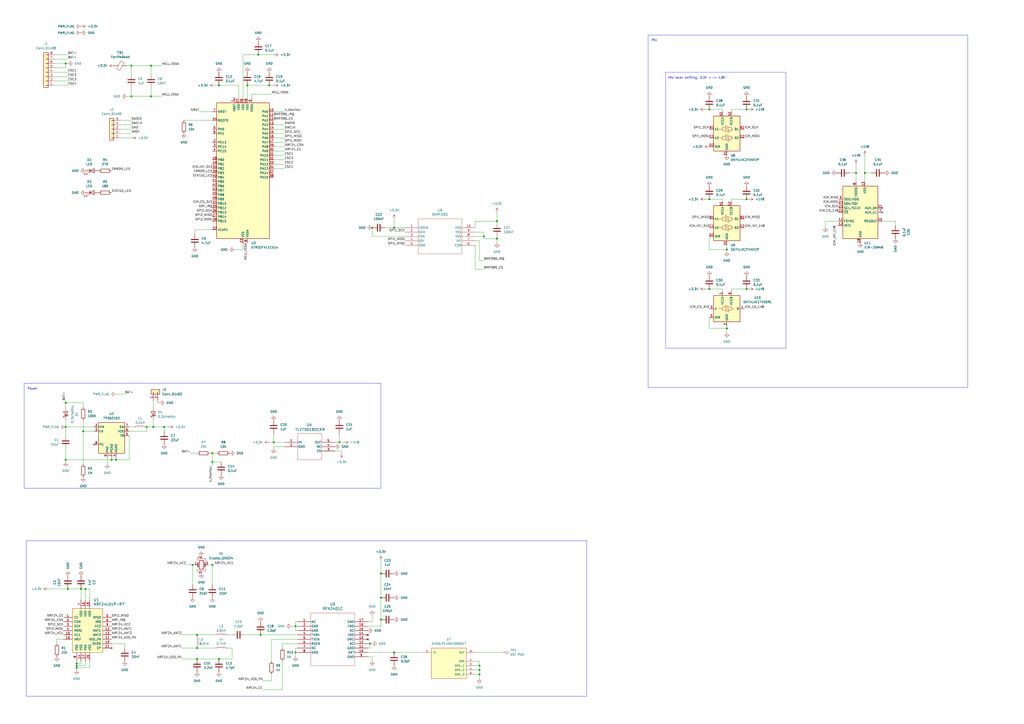
<source format=kicad_sch>
(kicad_sch (version 20250114) (generator "eeschema") (generator_version "9.0")
  (paper "A2")
  (title_block (title "Microdrone flight controller") (date "2025-08-01") (rev "v01") (comment 2 "creativecommons.org/licenses/by/4.0/") (comment 3 "License: CC BY 4.0") (comment 4 "Author: Emil Nordén"))
  (rectangle (start 13.97 222.25) (end 220.98 283.21))
  (rectangle (start 375.92 20.32) (end 561.34 224.79))
  (rectangle (start 386.08 41.91) (end 455.93 201.93))
  (rectangle (start 15.24 313.69) (end 340.36 403.86))
  (text "IMU" (at 379.476 23.368 0) (effects (font (size 1.27 1.27))))
  (text "IMU level shifting, 3.3V <-> 1.8V" (at 404.114 45.212 0) (effects (font (size 1.27 1.27))))
  (text "Power" (at 18.796 225.552 0) (effects (font (size 1.27 1.27))))
  (junction (at 220.98 332.74))
  (junction (at 278.13 386.08))
  (junction (at 433.07 167.64))
  (junction (at 220.98 359.41))
  (junction (at 171.45 378.46))
  (junction (at 48.26 250.19))
  (junction (at 123.19 267.97))
  (junction (at 149.86 31.75))
  (junction (at 171.45 363.22))
  (junction (at 76.2 55.88))
  (junction (at 220.98 346.71))
  (junction (at 433.07 63.5))
  (junction (at 127 382.27))
  (junction (at 421.64 144.78))
  (junction (at 88.9 247.65))
  (junction (at 44.45 386.08))
  (junction (at 501.65 100.33))
  (junction (at 49.53 341.63))
  (junction (at 278.13 391.16))
  (junction (at 278.13 388.62))
  (junction (at 215.9 132.08))
  (junction (at 156.21 49.53))
  (junction (at 151.13 368.3))
  (junction (at 85.09 247.65))
  (junction (at 38.1 233.68))
  (junction (at 421.64 190.5))
  (junction (at 38.1 36.83))
  (junction (at 114.3 375.92))
  (junction (at 87.63 55.88))
  (junction (at 228.6 378.46))
  (junction (at 67.31 266.7))
  (junction (at 228.6 132.08))
  (junction (at 95.25 247.65))
  (junction (at 114.3 368.3))
  (junction (at 433.07 115.57))
  (junction (at 114.3 382.27))
  (junction (at 158.75 256.54))
  (junction (at 288.29 128.27))
  (junction (at 127 49.53))
  (junction (at 411.48 63.5))
  (junction (at 143.51 49.53))
  (junction (at 38.1 266.7))
  (junction (at 196.85 256.54))
  (junction (at 39.37 341.63))
  (junction (at 288.29 138.43))
  (junction (at 38.1 247.65))
  (junction (at 411.48 167.64))
  (junction (at 214.63 373.38))
  (junction (at 44.45 387.35))
  (junction (at 280.67 137.16))
  (junction (at 64.77 266.7))
  (junction (at 123.19 262.89))
  (junction (at 123.19 327.66))
  (junction (at 76.2 38.1))
  (junction (at 87.63 38.1))
  (junction (at 46.99 341.63))
  (junction (at 44.45 384.81))
  (junction (at 496.57 100.33))
  (junction (at 111.76 327.66))
  (junction (at 411.48 115.57))
  (no_connect (at 213.36 368.3))
  (no_connect (at 54.61 257.81))
  (no_connect (at 511.81 120.65))
  (no_connect (at 213.36 370.84))
  (no_connect (at 511.81 123.19))
  (no_connect (at 135.89 57.15))
  (wire (pts (xy 275.59 128.27) (xy 275.59 132.08)))
  (wire (pts (xy 156.21 256.54) (xy 158.75 256.54)))
  (wire (pts (xy 157.48 394.97) (xy 152.4 394.97)))
  (wire (pts (xy 280.67 151.13) (xy 278.13 151.13)))
  (wire (pts (xy 85.09 247.65) (xy 88.9 247.65)))
  (wire (pts (xy 31.75 44.45) (xy 39.37 44.45)))
  (wire (pts (xy 424.18 168.91) (xy 424.18 167.64)))
  (wire (pts (xy 110.49 262.89) (xy 114.3 262.89)))
  (wire (pts (xy 275.59 134.62) (xy 280.67 134.62)))
  (wire (pts (xy 114.3 368.3) (xy 124.46 368.3)))
  (wire (pts (xy 215.9 137.16) (xy 234.95 137.16)))
  (wire (pts (xy 171.45 375.92) (xy 171.45 378.46)))
  (wire (pts (xy 149.86 31.75) (xy 140.97 31.75)))
  (wire (pts (xy 278.13 383.54) (xy 275.59 383.54)))
  (wire (pts (xy 127 382.27) (xy 134.62 382.27)))
  (wire (pts (xy 67.31 265.43) (xy 67.31 266.7)))
  (wire (pts (xy 123.19 262.89) (xy 123.19 267.97)))
  (wire (pts (xy 31.75 49.53) (xy 39.37 49.53)))
  (wire (pts (xy 106.68 69.85) (xy 123.19 69.85)))
  (wire (pts (xy 213.36 375.92) (xy 214.63 375.92)))
  (wire (pts (xy 114.3 375.92) (xy 124.46 375.92)))
  (wire (pts (xy 171.45 365.76) (xy 171.45 363.22)))
  (wire (pts (xy 105.41 368.3) (xy 114.3 368.3)))
  (wire (pts (xy 88.9 247.65) (xy 95.25 247.65)))
  (wire (pts (xy 213.36 360.68) (xy 215.9 360.68)))
  (wire (pts (xy 424.18 64.77) (xy 424.18 63.5)))
  (wire (pts (xy 124.46 49.53) (xy 127 49.53)))
  (wire (pts (xy 158.75 77.47) (xy 165.1 77.47)))
  (wire (pts (xy 501.65 100.33) (xy 505.46 100.33)))
  (wire (pts (xy 158.75 92.71) (xy 165.1 92.71)))
  (wire (pts (xy 38.1 260.35) (xy 38.1 266.7)))
  (wire (pts (xy 123.19 267.97) (xy 128.27 267.97)))
  (wire (pts (xy 215.9 360.68) (xy 215.9 356.87)))
  (wire (pts (xy 433.07 63.5) (xy 434.34 63.5)))
  (wire (pts (xy 278.13 388.62) (xy 278.13 386.08)))
  (wire (pts (xy 408.94 167.64) (xy 411.48 167.64)))
  (wire (pts (xy 135.89 144.78) (xy 140.97 144.78)))
  (wire (pts (xy 64.77 373.38) (xy 72.39 373.38)))
  (wire (pts (xy 171.45 378.46) (xy 172.72 378.46)))
  (wire (pts (xy 38.1 233.68) (xy 48.26 233.68)))
  (wire (pts (xy 38.1 247.65) (xy 54.61 247.65)))
  (wire (pts (xy 111.76 327.66) (xy 111.76 339.09)))
  (wire (pts (xy 87.63 38.1) (xy 87.63 43.18)))
  (wire (pts (xy 134.62 375.92) (xy 132.08 375.92)))
  (wire (pts (xy 519.43 128.27) (xy 511.81 128.27)))
  (wire (pts (xy 123.19 327.66) (xy 124.46 327.66)))
  (wire (pts (xy 172.72 375.92) (xy 171.45 375.92)))
  (wire (pts (xy 88.9 243.84) (xy 88.9 247.65)))
  (wire (pts (xy 213.36 381) (xy 215.9 381)))
  (wire (pts (xy 49.53 347.98) (xy 49.53 341.63)))
  (wire (pts (xy 496.57 95.25) (xy 496.57 100.33)))
  (wire (pts (xy 52.07 347.98) (xy 52.07 341.63)))
  (wire (pts (xy 49.53 341.63) (xy 46.99 341.63)))
  (wire (pts (xy 433.07 167.64) (xy 434.34 167.64)))
  (wire (pts (xy 123.19 262.89) (xy 125.73 262.89)))
  (wire (pts (xy 74.93 266.7) (xy 67.31 266.7)))
  (wire (pts (xy 158.75 80.01) (xy 165.1 80.01)))
  (wire (pts (xy 67.31 266.7) (xy 64.77 266.7)))
  (wire (pts (xy 127 49.53) (xy 138.43 49.53)))
  (wire (pts (xy 123.19 327.66) (xy 123.19 339.09)))
  (wire (pts (xy 39.37 341.63) (xy 27.94 341.63)))
  (wire (pts (xy 111.76 327.66) (xy 113.03 327.66)))
  (wire (pts (xy 38.1 36.83) (xy 39.37 36.83)))
  (wire (pts (xy 105.41 375.92) (xy 114.3 375.92)))
  (wire (pts (xy 46.99 384.81) (xy 44.45 384.81)))
  (wire (pts (xy 85.09 247.65) (xy 85.09 250.19)))
  (wire (pts (xy 419.1 167.64) (xy 419.1 168.91)))
  (wire (pts (xy 120.65 327.66) (xy 123.19 327.66)))
  (wire (pts (xy 280.67 138.43) (xy 288.29 138.43)))
  (wire (pts (xy 163.83 400.05) (xy 163.83 383.54)))
  (wire (pts (xy 143.51 49.53) (xy 156.21 49.53)))
  (wire (pts (xy 38.1 232.41) (xy 38.1 233.68)))
  (wire (pts (xy 91.44 233.68) (xy 92.71 233.68)))
  (wire (pts (xy 158.75 97.79) (xy 165.1 97.79)))
  (wire (pts (xy 48.26 250.19) (xy 54.61 250.19)))
  (wire (pts (xy 95.25 247.65) (xy 95.25 250.19)))
  (wire (pts (xy 157.48 370.84) (xy 157.48 383.54)))
  (wire (pts (xy 214.63 373.38) (xy 215.9 373.38)))
  (wire (pts (xy 421.64 190.5) (xy 421.64 193.04)))
  (wire (pts (xy 171.45 360.68) (xy 171.45 363.22)))
  (wire (pts (xy 424.18 63.5) (xy 433.07 63.5)))
  (wire (pts (xy 421.64 189.23) (xy 421.64 190.5)))
  (wire (pts (xy 76.2 38.1) (xy 76.2 43.18)))
  (wire (pts (xy 275.59 378.46) (xy 290.83 378.46)))
  (wire (pts (xy 275.59 156.21) (xy 280.67 156.21)))
  (wire (pts (xy 280.67 134.62) (xy 280.67 137.16)))
  (wire (pts (xy 163.83 375.92) (xy 163.83 373.38)))
  (wire (pts (xy 115.57 64.77) (xy 123.19 64.77)))
  (wire (pts (xy 142.24 368.3) (xy 151.13 368.3)))
  (wire (pts (xy 38.1 247.65) (xy 38.1 252.73)))
  (wire (pts (xy 214.63 375.92) (xy 214.63 373.38)))
  (wire (pts (xy 140.97 31.75) (xy 140.97 57.15)))
  (wire (pts (xy 48.26 243.84) (xy 48.26 250.19)))
  (wire (pts (xy 44.45 387.35) (xy 44.45 388.62)))
  (wire (pts (xy 478.79 132.08) (xy 478.79 128.27)))
  (wire (pts (xy 275.59 128.27) (xy 288.29 128.27)))
  (wire (pts (xy 501.65 100.33) (xy 501.65 105.41)))
  (wire (pts (xy 158.75 259.08) (xy 165.1 259.08)))
  (wire (pts (xy 74.93 252.73) (xy 74.93 266.7)))
  (wire (pts (xy 69.85 77.47) (xy 76.2 77.47)))
  (wire (pts (xy 421.64 144.78) (xy 421.64 142.24)))
  (wire (pts (xy 411.48 167.64) (xy 419.1 167.64)))
  (wire (pts (xy 88.9 232.41) (xy 88.9 236.22)))
  (wire (pts (xy 69.85 69.85) (xy 76.2 69.85)))
  (wire (pts (xy 411.48 144.78) (xy 421.64 144.78)))
  (wire (pts (xy 52.07 387.35) (xy 44.45 387.35)))
  (wire (pts (xy 52.07 341.63) (xy 49.53 341.63)))
  (wire (pts (xy 62.23 265.43) (xy 62.23 269.24)))
  (wire (pts (xy 48.26 250.19) (xy 48.26 269.24)))
  (wire (pts (xy 87.63 38.1) (xy 93.98 38.1)))
  (wire (pts (xy 408.94 115.57) (xy 411.48 115.57)))
  (wire (pts (xy 31.75 39.37) (xy 38.1 39.37)))
  (wire (pts (xy 87.63 55.88) (xy 93.98 55.88)))
  (wire (pts (xy 519.43 130.81) (xy 519.43 128.27)))
  (wire (pts (xy 158.75 74.93) (xy 165.1 74.93)))
  (wire (pts (xy 172.72 360.68) (xy 171.45 360.68)))
  (wire (pts (xy 87.63 50.8) (xy 87.63 55.88)))
  (wire (pts (xy 215.9 381) (xy 215.9 383.54)))
  (wire (pts (xy 220.98 363.22) (xy 220.98 359.41)))
  (wire (pts (xy 278.13 139.7) (xy 275.59 139.7)))
  (wire (pts (xy 278.13 393.7) (xy 278.13 391.16)))
  (wire (pts (xy 64.77 265.43) (xy 64.77 266.7)))
  (wire (pts (xy 38.1 39.37) (xy 38.1 36.83)))
  (wire (pts (xy 157.48 370.84) (xy 172.72 370.84)))
  (wire (pts (xy 72.39 373.38) (xy 72.39 375.92)))
  (wire (pts (xy 140.97 144.78) (xy 140.97 140.97)))
  (wire (pts (xy 31.75 41.91) (xy 39.37 41.91)))
  (wire (pts (xy 411.48 137.16) (xy 411.48 144.78)))
  (wire (pts (xy 95.25 247.65) (xy 97.79 247.65)))
  (wire (pts (xy 67.31 228.6) (xy 72.39 228.6)))
  (wire (pts (xy 44.45 386.08) (xy 44.45 387.35)))
  (wire (pts (xy 49.53 383.54) (xy 49.53 386.08)))
  (wire (pts (xy 220.98 325.12) (xy 220.98 332.74)))
  (wire (pts (xy 196.85 256.54) (xy 199.39 256.54)))
  (wire (pts (xy 113.03 133.35) (xy 113.03 135.89)))
  (wire (pts (xy 280.67 137.16) (xy 280.67 138.43)))
  (wire (pts (xy 33.02 373.38) (xy 33.02 370.84)))
  (wire (pts (xy 278.13 391.16) (xy 278.13 388.62)))
  (wire (pts (xy 123.19 267.97) (xy 123.19 270.51)))
  (wire (pts (xy 146.05 54.61) (xy 146.05 57.15)))
  (wire (pts (xy 76.2 38.1) (xy 87.63 38.1)))
  (wire (pts (xy 288.29 137.16) (xy 288.29 138.43)))
  (wire (pts (xy 158.75 64.77) (xy 165.1 64.77)))
  (wire (pts (xy 288.29 123.19) (xy 288.29 128.27)))
  (wire (pts (xy 46.99 341.63) (xy 39.37 341.63)))
  (wire (pts (xy 158.75 82.55) (xy 165.1 82.55)))
  (wire (pts (xy 171.45 363.22) (xy 172.72 363.22)))
  (wire (pts (xy 496.57 105.41) (xy 496.57 100.33)))
  (wire (pts (xy 419.1 115.57) (xy 419.1 116.84)))
  (wire (pts (xy 91.44 232.41) (xy 91.44 233.68)))
  (wire (pts (xy 198.12 261.62) (xy 194.31 261.62)))
  (wire (pts (xy 492.76 100.33) (xy 496.57 100.33)))
  (wire (pts (xy 31.75 31.75) (xy 39.37 31.75)))
  (wire (pts (xy 158.75 260.35) (xy 158.75 259.08)))
  (wire (pts (xy 73.66 55.88) (xy 76.2 55.88)))
  (wire (pts (xy 157.48 54.61) (xy 146.05 54.61)))
  (wire (pts (xy 38.1 243.84) (xy 38.1 247.65)))
  (wire (pts (xy 38.1 233.68) (xy 38.1 236.22)))
  (wire (pts (xy 278.13 151.13) (xy 278.13 139.7)))
  (wire (pts (xy 158.75 85.09) (xy 165.1 85.09)))
  (wire (pts (xy 69.85 72.39) (xy 76.2 72.39)))
  (wire (pts (xy 158.75 90.17) (xy 165.1 90.17)))
  (wire (pts (xy 69.85 74.93) (xy 76.2 74.93)))
  (wire (pts (xy 158.75 95.25) (xy 165.1 95.25)))
  (wire (pts (xy 163.83 373.38) (xy 172.72 373.38)))
  (wire (pts (xy 213.36 373.38) (xy 214.63 373.38)))
  (wire (pts (xy 275.59 388.62) (xy 278.13 388.62)))
  (wire (pts (xy 132.08 368.3) (xy 134.62 368.3)))
  (wire (pts (xy 107.95 327.66) (xy 111.76 327.66)))
  (wire (pts (xy 31.75 36.83) (xy 38.1 36.83)))
  (wire (pts (xy 49.53 386.08) (xy 44.45 386.08)))
  (wire (pts (xy 220.98 346.71) (xy 220.98 359.41)))
  (wire (pts (xy 44.45 384.81) (xy 44.45 386.08)))
  (wire (pts (xy 213.36 378.46) (xy 228.6 378.46)))
  (wire (pts (xy 105.41 382.27) (xy 114.3 382.27)))
  (wire (pts (xy 234.95 132.08) (xy 228.6 132.08)))
  (wire (pts (xy 31.75 34.29) (xy 39.37 34.29)))
  (wire (pts (xy 31.75 46.99) (xy 39.37 46.99)))
  (wire (pts (xy 424.18 167.64) (xy 433.07 167.64)))
  (wire (pts (xy 275.59 142.24) (xy 275.59 156.21)))
  (wire (pts (xy 168.91 363.22) (xy 171.45 363.22)))
  (wire (pts (xy 228.6 378.46) (xy 245.11 378.46)))
  (wire (pts (xy 74.93 250.19) (xy 85.09 250.19)))
  (wire (pts (xy 123.19 133.35) (xy 113.03 133.35)))
  (wire (pts (xy 46.99 347.98) (xy 46.99 341.63)))
  (wire (pts (xy 198.12 262.89) (xy 198.12 261.62)))
  (wire (pts (xy 411.48 184.15) (xy 411.48 190.5)))
  (wire (pts (xy 419.1 63.5) (xy 419.1 64.77)))
  (wire (pts (xy 158.75 251.46) (xy 158.75 256.54)))
  (wire (pts (xy 121.92 262.89) (xy 123.19 262.89)))
  (wire (pts (xy 38.1 266.7) (xy 64.77 266.7)))
  (wire (pts (xy 223.52 132.08) (xy 228.6 132.08)))
  (wire (pts (xy 157.48 391.16) (xy 157.48 394.97)))
  (wire (pts (xy 156.21 49.53) (xy 158.75 49.53)))
  (wire (pts (xy 48.26 233.68) (xy 48.26 236.22)))
  (wire (pts (xy 171.45 378.46) (xy 171.45 381)))
  (wire (pts (xy 172.72 365.76) (xy 171.45 365.76)))
  (wire (pts (xy 52.07 383.54) (xy 52.07 387.35)))
  (wire (pts (xy 44.45 383.54) (xy 44.45 384.81)))
  (wire (pts (xy 408.94 63.5) (xy 411.48 63.5)))
  (wire (pts (xy 158.75 72.39) (xy 165.1 72.39)))
  (wire (pts (xy 194.31 256.54) (xy 196.85 256.54)))
  (wire (pts (xy 76.2 55.88) (xy 87.63 55.88)))
  (wire (pts (xy 134.62 382.27) (xy 134.62 375.92)))
  (wire (pts (xy 275.59 386.08) (xy 278.13 386.08)))
  (wire (pts (xy 152.4 400.05) (xy 163.83 400.05)))
  (wire (pts (xy 411.48 190.5) (xy 421.64 190.5)))
  (wire (pts (xy 433.07 115.57) (xy 434.34 115.57)))
  (wire (pts (xy 33.02 370.84) (xy 36.83 370.84)))
  (wire (pts (xy 215.9 132.08) (xy 215.9 137.16)))
  (wire (pts (xy 421.64 146.05) (xy 421.64 144.78)))
  (wire (pts (xy 138.43 49.53) (xy 138.43 57.15)))
  (wire (pts (xy 76.2 50.8) (xy 76.2 55.88)))
  (wire (pts (xy 143.51 49.53) (xy 143.51 57.15)))
  (wire (pts (xy 411.48 115.57) (xy 419.1 115.57)))
  (wire (pts (xy 228.6 132.08) (xy 228.6 127)))
  (wire (pts (xy 424.18 116.84) (xy 424.18 115.57)))
  (wire (pts (xy 196.85 251.46) (xy 196.85 256.54)))
  (wire (pts (xy 69.85 80.01) (xy 76.2 80.01)))
  (wire (pts (xy 74.93 247.65) (xy 77.47 247.65)))
  (wire (pts (xy 275.59 137.16) (xy 280.67 137.16)))
  (wire (pts (xy 213.36 363.22) (xy 220.98 363.22)))
  (wire (pts (xy 288.29 128.27) (xy 288.29 129.54)))
  (wire (pts (xy 158.75 31.75) (xy 149.86 31.75)))
  (wire (pts (xy 485.14 130.81) (xy 486.41 130.81)))
  (wire (pts (xy 38.1 266.7) (xy 38.1 267.97)))
  (wire (pts (xy 275.59 391.16) (xy 278.13 391.16)))
  (wire (pts (xy 151.13 368.3) (xy 172.72 368.3)))
  (wire (pts (xy 158.75 256.54) (xy 165.1 256.54)))
  (wire (pts (xy 46.99 383.54) (xy 46.99 384.81)))
  (wire (pts (xy 73.66 38.1) (xy 76.2 38.1)))
  (wire (pts (xy 501.65 90.17) (xy 501.65 100.33)))
  (wire (pts (xy 220.98 332.74) (xy 220.98 346.71)))
  (wire (pts (xy 411.48 63.5) (xy 419.1 63.5)))
  (wire (pts (xy 114.3 382.27) (xy 127 382.27)))
  (wire (pts (xy 288.29 138.43) (xy 288.29 140.97)))
  (wire (pts (xy 278.13 386.08) (xy 278.13 383.54)))
  (wire (pts (xy 478.79 128.27) (xy 486.41 128.27)))
  (wire (pts (xy 158.75 87.63) (xy 165.1 87.63)))
  (wire (pts (xy 424.18 115.57) (xy 433.07 115.57)))
  (label "NRF24_CSN" (at 165.1 85.09 0))
  (label "NRF24_XC2" (at 107.95 327.66 180))
  (label "GND" (at 76.2 74.93 0))
  (label "NRF24_ANT1" (at 105.41 375.92 180))
  (label "ERROR_LED" (at 64.77 99.06 0))
  (label "BAT+" (at 39.37 31.75 0))
  (label "SPI1_SCK" (at 411.48 74.93 180))
  (label "ICM_INT_1V8" (at 431.8 132.08 0))
  (label "SPI2_MOSI" (at 123.19 128.27 180))
  (label "ICM_CS_1V8" (at 431.8 179.07 0))
  (label "BMP390_IRQ" (at 158.75 67.31 0))
  (label "ICM_MISO" (at 431.8 127 0))
  (label "SPI1_SCK" (at 165.1 77.47 0))
  (label "ESC3" (at 39.37 46.99 0))
  (label "BAT+" (at 39.37 34.29 0))
  (label "ESC4" (at 165.1 90.17 0))
  (label "SPI1_MOSI" (at 165.1 82.55 0))
  (label "SPI2_MOSI" (at 36.83 365.76 180))
  (label "MCU_VSSA" (at 143.51 140.97 270))
  (label "SPI1_MOSI" (at 411.48 80.01 180))
  (label "BMP390_CS" (at 280.67 156.21 0))
  (label "BAT+" (at 38.1 232.41 90))
  (label "MCU_VDDA" (at 93.98 38.1 0))
  (label "ESC1" (at 39.37 41.91 0))
  (label "ICM_MOSI" (at 431.8 80.01 0))
  (label "V_Monitor" (at 123.19 270.51 270))
  (label "MCU_VDDA" (at 157.48 54.61 0))
  (label "STATUS_LED" (at 64.77 111.76 0))
  (label "NRF_IRQ" (at 123.19 120.65 180))
  (label "BAT+" (at 110.49 262.89 180))
  (label "ESC4" (at 39.37 49.53 0))
  (label "ESC1" (at 165.1 97.79 0))
  (label "NRF24_CE" (at 165.1 87.63 0))
  (label "SPI1_SCK" (at 234.95 134.62 180))
  (label "NRF24_CSN" (at 36.83 360.68 180))
  (label "SPI2_SCK" (at 123.19 123.19 180))
  (label "ICM_CS_1V8" (at 486.41 123.19 180))
  (label "ESC3" (at 165.1 92.71 0))
  (label "SPI2_MISO" (at 123.19 125.73 180))
  (label "ICM_INT_1V8" (at 485.14 130.81 270))
  (label "SPI2_SCK" (at 36.83 363.22 180))
  (label "NRF24_CE" (at 152.4 400.05 180))
  (label "STATUS_LED" (at 123.19 102.87 180))
  (label "NRF24_VDD_PA" (at 64.77 370.84 0))
  (label "NRF24_XC1" (at 36.83 368.3 180))
  (label "ICM_CS_3V3" (at 411.48 179.07 180))
  (label "BAT+" (at 72.39 228.6 0))
  (label "NRF24_ANT2" (at 105.41 368.3 180))
  (label "ERROR_LED" (at 123.19 100.33 180))
  (label "BMP390_CS" (at 158.75 69.85 0))
  (label "NRF24_VDD_PA" (at 105.41 382.27 180))
  (label "MCU_VSSA" (at 93.98 55.88 0))
  (label "NRF24_VDD_PA" (at 152.4 394.97 180))
  (label "SPI1_MOSI" (at 234.95 139.7 180))
  (label "ICM_MISO" (at 486.41 115.57 180))
  (label "SPI1_MISO" (at 165.1 80.01 0))
  (label "ICM_CS_3V3" (at 123.19 118.11 180))
  (label "SPI1_MISO" (at 411.48 127 180))
  (label "SWDIO" (at 76.2 69.85 0))
  (label "NRST" (at 76.2 77.47 0))
  (label "NRST" (at 115.57 64.77 180))
  (label "ICM_INT_3V3" (at 411.48 132.08 180))
  (label "SPI1_MISO" (at 234.95 142.24 180))
  (label "SWCLK" (at 76.2 72.39 0))
  (label "ICM_MOSI" (at 486.41 118.11 180))
  (label "ICM_SCK" (at 486.41 120.65 180))
  (label "V_Monitor" (at 165.1 64.77 0))
  (label "ESC2" (at 39.37 44.45 0))
  (label "ESC2" (at 165.1 95.25 0))
  (label "NRF24_XC1" (at 124.46 327.66 0))
  (label "NRF24_XC2" (at 64.77 363.22 0))
  (label "ICM_INT_3V3" (at 123.19 97.79 180))
  (label "NRF24_ANT1" (at 64.77 365.76 0))
  (label "SWCLK" (at 165.1 74.93 0))
  (label "NRF_IRQ" (at 64.77 360.68 0))
  (label "BMP390_IRQ" (at 280.67 151.13 0))
  (label "SWDIO" (at 165.1 72.39 0))
  (label "NRF24_CE" (at 36.83 358.14 180))
  (label "SPI2_MISO" (at 64.77 358.14 0))
  (label "NRF24_ANT2" (at 64.77 368.3 0))
  (label "ICM_SCK" (at 431.8 74.93 0))
  (symbol (lib_id "power:GND") (at 158.75 260.35 0) (unit 1)
    (property "Reference" "#PWR042" (effects (hide yes)))
    (property "Value" "GND" (at 158.75 265.43 0))
    (property "Description" "Power symbol creates a global label with name \"GND\" , ground" (effects (hide yes)))
  )
  (symbol (lib_id "Device:C") (at 123.19 342.9 0) (unit 1)
    (property "Reference" "C11" (at 127 341.6299 0) (effects (justify left)))
    (property "Value" "22pF" (at 127 344.1699 0) (effects (justify left)))
    (property "Footprint" "Capacitor_SMD:C_0402_1005Metric" (effects (hide yes)))
    (property "Description" "Unpolarized capacitor (C541412)" (effects (hide yes)))
  )
  (symbol (lib_id "power:GND") (at 95.25 257.81 0) (unit 1)
    (property "Reference" "#PWR019" (effects (hide yes)))
    (property "Value" "GND" (at 95.25 262.89 0))
    (property "Description" "Power symbol creates a global label with name \"GND\" , ground" (effects (hide yes)))
  )
  (symbol (lib_id "power:+3.3V") (at 158.75 49.53 270) (unit 1)
    (property "Reference" "#PWR040" (effects (hide yes)))
    (property "Value" "+3.3V" (at 162.56 49.5299 90) (effects (justify left)))
    (property "Description" "Power symbol creates a global label with name \"+3.3V\"" (effects (hide yes)))
  )
  (symbol (lib_id "Device:Crystal_GND24") (at 116.84 327.66 0) (unit 1)
    (property "Reference" "Y1" (at 128.27 321.2398 0))
    (property "Value" "Crystal_GND24" (at 128.27 323.7798 0))
    (property "Footprint" "Crystal:Crystal_SMD_3225-4Pin_3.2x2.5mm" (effects (hide yes)))
    (property "Description" "Four pin crystal, GND on pins 2 and 4" (effects (hide yes)))
  )
  (symbol (lib_id "power:GND") (at 215.9 132.08 270) (unit 1)
    (property "Reference" "#PWR050" (effects (hide yes)))
    (property "Value" "GND" (at 212.09 132.0799 90) (effects (justify right)))
    (property "Description" "Power symbol creates a global label with name \"GND\" , ground" (effects (hide yes)))
  )
  (symbol (lib_id "Device:C") (at 228.6 382.27 0) (unit 1)
    (property "Reference" "C26" (at 232.41 380.9999 0) (effects (justify left)))
    (property "Value" "0.3pF" (at 232.41 383.5399 0) (effects (justify left)))
    (property "Footprint" "Capacitor_SMD:C_0201_0603Metric" (effects (hide yes)))
    (property "Description" "Unpolarized capacitor (C180283)" (effects (hide yes)))
  )
  (symbol (lib_id "power:+1V8") (at 199.39 256.54 270) (unit 1)
    (property "Reference" "#PWR048" (effects (hide yes)))
    (property "Value" "+1V8" (at 203.2 256.5399 90) (effects (justify left)))
    (property "Description" "Power symbol creates a global label with name \"+1V8\"" (effects (hide yes)))
  )
  (symbol (lib_id "power:+3.3V") (at 408.94 63.5 90) (unit 1)
    (property "Reference" "#PWR063" (effects (hide yes)))
    (property "Value" "+3.3V" (at 405.13 63.4999 90) (effects (justify left)))
    (property "Description" "Power symbol creates a global label with name \"+3.3V\"" (effects (hide yes)))
  )
  (symbol (lib_id "Device:C") (at 288.29 133.35 0) (unit 1)
    (property "Reference" "C27" (at 292.1 132.0799 0) (effects (justify left)))
    (property "Value" "100nF" (at 292.1 134.6199 0) (effects (justify left)))
    (property "Footprint" "Capacitor_SMD:C_0402_1005Metric" (effects (hide yes)))
    (property "Description" "Unpolarized capacitor (C1525)" (effects (hide yes)))
  )
  (symbol (lib_id "power:GND") (at 478.79 132.08 0) (unit 1)
    (property "Reference" "#PWR079" (effects (hide yes)))
    (property "Value" "GND" (at 478.79 137.16 0))
    (property "Description" "Power symbol creates a global label with name \"GND\" , ground" (effects (hide yes)))
  )
  (symbol (lib_id "power:GND") (at 228.6 332.74 90) (unit 1)
    (property "Reference" "#PWR056" (effects (hide yes)))
    (property "Value" "GND" (at 232.41 332.7399 90) (effects (justify right)))
    (property "Description" "Power symbol creates a global label with name \"GND\" , ground" (effects (hide yes)))
  )
  (symbol (lib_id "power:GND") (at 49.53 111.76 270) (unit 1)
    (property "Reference" "#PWR012" (effects (hide yes)))
    (property "Value" "GND" (at 45.72 111.7599 90) (effects (justify right)))
    (property "Description" "Power symbol creates a global label with name \"GND\" , ground" (effects (hide yes)))
  )
  (symbol (lib_id "Regulator_Switching:TPS62162DSG") (at 64.77 255.27 0) (unit 1)
    (property "Reference" "U2" (at 64.77 240.03 0))
    (property "Value" "TPS62162" (at 64.77 242.57 0))
    (property "Footprint" "Package_SON:WSON-8-1EP_2x2mm_P0.5mm_EP0.9x1.6mm_ThermalVias" (effects (hide yes)))
    (property "Datasheet" "http://www.ti.com/lit/ds/symlink/tps62160.pdf" (effects (hide yes)))
    (property "Description" "1A Step-Down Converter with DCS-Control, fixed 3.3V output, 3-17V input voltage, WSON-8" (effects (hide yes)))
  )
  (symbol (lib_id "Connector:TestPoint") (at 290.83 378.46 270) (unit 1)
    (property "Reference" "TP1" (at 295.91 377.1899 90) (effects (justify left)))
    (property "Value" "ANT PAD" (at 295.91 379.7299 90) (effects (justify left)))
    (property "Footprint" "TestPoint:TestPoint_Pad_3.0x3.0mm" (effects (hide yes)))
    (property "Description" "Antenna solder pad" (effects (hide yes)))
  )
  (symbol (lib_id "power:GND") (at 519.43 138.43 0) (unit 1)
    (property "Reference" "#PWR084" (effects (hide yes)))
    (property "Value" "GND" (at 519.4301 142.24 90) (effects (justify right)))
    (property "Description" "Power symbol creates a global label with name \"GND\" , ground" (effects (hide yes)))
  )
  (symbol (lib_id "power:GND") (at 158.75 243.84 180) (unit 1)
    (property "Reference" "#PWR041" (effects (hide yes)))
    (property "Value" "GND" (at 158.75 238.76 0))
    (property "Description" "Power symbol creates a global label with name \"GND\" , ground" (effects (hide yes)))
  )
  (symbol (lib_id "Device:C") (at 76.2 46.99 0) (unit 1)
    (property "Reference" "C5" (at 80.01 45.7199 0) (effects (justify left)))
    (property "Value" "1uF" (at 80.01 48.2599 0) (effects (justify left)))
    (property "Footprint" "Capacitor_SMD:C_0402_1005Metric" (effects (hide yes)))
    (property "Description" "Unpolarized capacitor (C52923)" (effects (hide yes)))
  )
  (symbol (lib_id "Device:C") (at 113.03 139.7 180) (unit 1)
    (property "Reference" "C9" (at 116.84 138.4299 0) (effects (justify right)))
    (property "Value" "4.7uF" (at 116.84 140.9699 0) (effects (justify right)))
    (property "Footprint" "Capacitor_SMD:C_0603_1608Metric" (effects (hide yes)))
    (property "Description" "Unpolarized capacitor (C107368)" (effects (hide yes)))
  )
  (symbol (lib_id "power:+3.3V") (at 228.6 127 0) (unit 1)
    (property "Reference" "#PWR055" (effects (hide yes)))
    (property "Value" "+3.3V" (at 228.6 121.92 0))
    (property "Description" "Power symbol creates a global label with name \"+3.3V\"" (effects (hide yes)))
  )
  (symbol (lib_id "power:+3.3V") (at 27.94 341.63 90) (unit 1)
    (property "Reference" "#PWR01" (effects (hide yes)))
    (property "Value" "+3.3V" (at 24.13 341.6299 90) (effects (justify left)))
    (property "Description" "Power symbol creates a global label with name \"+3.3V\"" (effects (hide yes)))
  )
  (symbol (lib_id "Device:C") (at 488.95 100.33 90) (unit 1)
    (property "Reference" "C36" (at 488.95 92.71 90))
    (property "Value" "0.1uF" (at 488.95 95.25 90))
    (property "Footprint" "Capacitor_SMD:C_0402_1005Metric" (effects (hide yes)))
    (property "Description" "Unpolarized capacitor (C1525)" (effects (hide yes)))
    (property "LCSC" "C1525" (effects (hide yes)))
  )
  (symbol (lib_id "power:GND") (at 111.76 346.71 0) (unit 1)
    (property "Reference" "#PWR022" (effects (hide yes)))
    (property "Value" "GND" (at 111.76 351.79 0))
    (property "Description" "Power symbol creates a global label with name \"GND\" , ground" (effects (hide yes)))
  )
  (symbol (lib_id "power:GND") (at 116.84 332.74 0) (unit 1)
    (property "Reference" "#PWR026" (effects (hide yes)))
    (property "Value" "GND" (at 116.84 337.82 0))
    (property "Description" "Power symbol creates a global label with name \"GND\" , ground" (effects (hide yes)))
  )
  (symbol (lib_id "power:GND") (at 513.08 100.33 90) (unit 1)
    (property "Reference" "#PWR083" (effects (hide yes)))
    (property "Value" "GND" (at 516.89 100.3299 90) (effects (justify right)))
    (property "Description" "Power symbol creates a global label with name \"GND\" , ground" (effects (hide yes)))
  )
  (symbol (lib_id "Device:C") (at 128.27 271.78 180) (unit 1)
    (property "Reference" "C14" (at 132.08 270.5099 0) (effects (justify right)))
    (property "Value" "0.1uF" (at 132.08 273.0499 0) (effects (justify right)))
    (property "Footprint" "Capacitor_SMD:C_0402_1005Metric" (effects (hide yes)))
    (property "Description" "Unpolarized capacitor (C1525)" (effects (hide yes)))
  )
  (symbol (lib_id "power:+3.3V") (at 97.79 247.65 270) (unit 1)
    (property "Reference" "#PWR020" (effects (hide yes)))
    (property "Value" "+3.3V" (at 101.6 247.6499 90) (effects (justify left)))
    (property "Description" "Power symbol creates a global label with name \"+3.3V\"" (effects (hide yes)))
  )
  (symbol (lib_id "power:GND") (at 33.02 381 0) (unit 1)
    (property "Reference" "#PWR02" (effects (hide yes)))
    (property "Value" "GND" (at 33.02 386.08 0))
    (property "Description" "Power symbol creates a global label with name \"GND\" , ground" (effects (hide yes)))
  )
  (symbol (lib_id "Device:C") (at 433.07 59.69 0) (unit 1)
    (property "Reference" "C31" (at 436.88 58.4199 0) (effects (justify left)))
    (property "Value" "0.1uF" (at 436.88 60.9599 0) (effects (justify left)))
    (property "Footprint" "Capacitor_SMD:C_0402_1005Metric" (effects (hide yes)))
    (property "Description" "Unpolarized capacitor" (effects (hide yes)))
  )
  (symbol (lib_id "power:GND") (at 433.07 55.88 180) (unit 1)
    (property "Reference" "#PWR073" (effects (hide yes)))
    (property "Value" "GND" (at 433.07 50.8 0))
    (property "Description" "Power symbol creates a global label with name \"GND\" , ground" (effects (hide yes)))
  )
  (symbol (lib_id "power:GND") (at 156.21 41.91 180) (unit 1)
    (property "Reference" "#PWR037" (effects (hide yes)))
    (property "Value" "GND" (at 156.21 36.83 0))
    (property "Description" "Power symbol creates a global label with name \"GND\" , ground" (effects (hide yes)))
  )
  (symbol (lib_id "power:GND") (at 123.19 346.71 0) (unit 1)
    (property "Reference" "#PWR027" (effects (hide yes)))
    (property "Value" "GND" (at 123.19 351.79 0))
    (property "Description" "Power symbol creates a global label with name \"GND\" , ground" (effects (hide yes)))
  )
  (symbol (lib_id "Device:C") (at 219.71 132.08 90) (unit 1)
    (property "Reference" "C22" (at 219.71 124.46 90))
    (property "Value" "100nF" (at 219.71 127 90))
    (property "Footprint" "Capacitor_SMD:C_0402_1005Metric" (effects (hide yes)))
    (property "Description" "Unpolarized capacitor (C1525)" (effects (hide yes)))
  )
  (symbol (lib_id "power:GND") (at 215.9 373.38 90) (unit 1)
    (property "Reference" "#PWR052" (effects (hide yes)))
    (property "Value" "GND" (at 219.71 373.3799 90) (effects (justify right)))
    (property "Description" "Power symbol creates a global label with name \"GND\" , ground" (effects (hide yes)))
  )
  (symbol (lib_id "power:GND") (at 143.51 41.91 180) (unit 1)
    (property "Reference" "#PWR034" (effects (hide yes)))
    (property "Value" "GND" (at 143.51 36.83 0))
    (property "Description" "Power symbol creates a global label with name \"GND\" , ground" (effects (hide yes)))
  )
  (symbol (lib_id "power:GND") (at 113.03 143.51 0) (unit 1)
    (property "Reference" "#PWR023" (effects (hide yes)))
    (property "Value" "GND" (at 113.03 148.59 0))
    (property "Description" "Power symbol creates a global label with name \"GND\" , ground" (effects (hide yes)))
  )
  (symbol (lib_id "Connector_Generic:Conn_01x08") (at 26.67 41.91 180) (unit 1)
    (property "Reference" "J1" (at 26.67 25.4 0))
    (property "Value" "Conn_01x08" (at 26.67 27.94 0))
    (property "Footprint" "fclib:JST_SH_ZX-SH1.0-8PWT" (effects (hide yes)))
    (property "Description" "Generic connector, single row, 01x08, script generated (kicad-library-utils/schlib/autogen/connector/) (C7430450)" (effects (hide yes)))
    (property "LCSC" "C7430450" (effects (hide yes)))
  )
  (symbol (lib_id "power:GND") (at 127 41.91 180) (unit 1)
    (property "Reference" "#PWR029" (effects (hide yes)))
    (property "Value" "GND" (at 127 36.83 0))
    (property "Description" "Power symbol creates a global label with name \"GND\" , ground" (effects (hide yes)))
  )
  (symbol (lib_id "Logic_LevelTranslator:SN74LVC2T45YZP") (at 421.64 77.47 0) (unit 1)
    (property "Reference" "U8" (at 423.7833 90.17 0) (effects (justify left)))
    (property "Value" "SN74LVC2T45YZP" (at 423.7833 92.71 0) (effects (justify left)))
    (property "Footprint" "Package_BGA:Texas_DSBGA-8_0.9x1.9mm_Layout2x4_P0.5mm" (effects (hide yes)))
    (property "Datasheet" "http://www.ti.com/lit/ds/symlink/sn74lvc2t45.pdf" (effects (hide yes)))
    (property "Description" "Dual-Bit Dual-Supply Bus Transceiver With Configurable Voltage Translation and 3-State Outputs, DSBGA-8 (C913828)" (effects (hide yes)))
  )
  (symbol (lib_id "power:GND") (at 168.91 363.22 270) (unit 1)
    (property "Reference" "#PWR043" (effects (hide yes)))
    (property "Value" "GND" (at 165.1 363.2199 90) (effects (justify right)))
    (property "Description" "Power symbol creates a global label with name \"GND\" , ground" (effects (hide yes)))
  )
  (symbol (lib_id "power:+1V8") (at 501.65 90.17 0) (unit 1)
    (property "Reference" "#PWR085" (effects (hide yes)))
    (property "Value" "+1V8" (at 501.65 85.09 0))
    (property "Description" "Power symbol creates a global label with name \"+1V8\"" (effects (hide yes)))
  )
  (symbol (lib_id "Device:C") (at 156.21 45.72 180) (unit 1)
    (property "Reference" "C19" (at 160.02 44.4499 0) (effects (justify right)))
    (property "Value" "0.1uF" (at 160.02 46.9899 0) (effects (justify right)))
    (property "Footprint" "Capacitor_SMD:C_0402_1005Metric" (effects (hide yes)))
    (property "Description" "Unpolarized capacitor (C1525)" (effects (hide yes)))
  )
  (symbol (lib_id "power:GND") (at 421.64 146.05 0) (unit 1)
    (property "Reference" "#PWR071" (effects (hide yes)))
    (property "Value" "GND" (at 421.64 151.13 0))
    (property "Description" "Power symbol creates a global label with name \"GND\" , ground" (effects (hide yes)))
  )
  (symbol (lib_id "Device:R") (at 48.26 273.05 0) (unit 1)
    (property "Reference" "R3" (at 50.8 271.7799 0) (effects (justify left)))
    (property "Value" "1M" (at 50.8 274.3199 0) (effects (justify left)))
    (property "Footprint" "Resistor_SMD:R_0402_1005Metric" (effects (hide yes)))
    (property "Description" "Resistor (C26083)" (effects (hide yes)))
  )
  (symbol (lib_id "Device:R") (at 33.02 377.19 0) (unit 1)
    (property "Reference" "R1" (at 35.56 375.9199 0) (effects (justify left)))
    (property "Value" "22k" (at 35.56 378.4599 0) (effects (justify left)))
    (property "Footprint" "Resistor_SMD:R_0402_1005Metric" (effects (hide yes)))
    (property "Description" "Resistor (C25768)" (effects (hide yes)))
  )
  (symbol (lib_id "Device:C") (at 519.43 134.62 0) (unit 1)
    (property "Reference" "C35" (at 527.05 134.62 90))
    (property "Value" "0.1uF" (at 524.51 134.62 90))
    (property "Footprint" "Capacitor_SMD:C_0402_1005Metric" (effects (hide yes)))
    (property "Description" "Unpolarized capacitor (C1525)" (effects (hide yes)))
    (property "LCSC" "C1525" (effects (hide yes)))
  )
  (symbol (lib_id "Texas-Instruments-TLV70018DCKR:TLV70018DCKR") (at 165.1 256.54 0) (unit 1)
    (property "Reference" "U4" (at 179.324 246.38 0) (effects (font (size 1.524 1.524))))
    (property "Value" "TLV70018DCKR" (at 179.832 249.174 0) (effects (font (size 1.524 1.524))))
    (property "Footprint" "TLV70018:DCK5" (effects (hide yes)))
    (property "Datasheet" "https://www.ti.com/lit/gpn/tlv700" (effects (hide yes)))
  )
  (symbol (lib_id "power:PWR_FLAG") (at 46.99 19.05 90) (unit 1)
    (property "Reference" "#FLG03" (effects (hide yes)))
    (property "Value" "PWR_FLAG" (at 43.18 19.0499 90) (effects (justify left)))
    (property "Description" "Special symbol for telling ERC where power comes from" (effects (hide yes)))
  )
  (symbol (lib_id "Device:D_Schottky") (at 38.1 240.03 90) (unit 1)
    (property "Reference" "D1" (at 44.45 240.3475 0))
    (property "Value" "D_Schottky" (at 41.91 240.3475 0))
    (property "Footprint" "Diode_SMD:D_SOD-323" (effects (hide yes)))
    (property "Description" "Schottky diode (C64886)" (effects (hide yes)))
  )
  (symbol (lib_id "power:GND") (at 149.86 24.13 180) (unit 1)
    (property "Reference" "#PWR035" (effects (hide yes)))
    (property "Value" "GND" (at 149.86 19.05 0))
    (property "Description" "Power symbol creates a global label with name \"GND\" , ground" (effects (hide yes)))
  )
  (symbol (lib_id "Logic_LevelTranslator:SN74LVC1T45DRL") (at 421.64 179.07 0) (unit 1)
    (property "Reference" "U10" (at 439.42 172.6498 0))
    (property "Value" "SN74LVC1T45DRL" (at 439.42 175.1898 0))
    (property "Footprint" "Package_TO_SOT_SMD:SOT-563" (effects (hide yes)))
    (property "Datasheet" "http://www.ti.com/lit/ds/symlink/sn74lvc1t45.pdf" (effects (hide yes)))
    (property "Description" "Single-Bit Dual-Supply Bus Transceiver With Configurable Voltage Translation and 3-State Outputs, SOT-563 (C352970)" (effects (hide yes)))
  )
  (symbol (lib_id "power:+3.3V") (at 220.98 325.12 0) (unit 1)
    (property "Reference" "#PWR054" (effects (hide yes)))
    (property "Value" "+3.3V" (at 220.98 320.04 0))
    (property "Description" "Power symbol creates a global label with name \"+3.3V\"" (effects (hide yes)))
  )
  (symbol (lib_id "Device:R") (at 163.83 379.73 0) (unit 1)
    (property "Reference" "R10" (at 166.37 378.4599 0) (effects (justify left)))
    (property "Value" "1k" (at 166.37 380.9999 0) (effects (justify left)))
    (property "Footprint" "Resistor_SMD:R_0402_1005Metric" (effects (hide yes)))
    (property "Description" "Resistor (C11702)" (effects (hide yes)))
  )
  (symbol (lib_id "Device:C") (at 72.39 379.73 180) (unit 1)
    (property "Reference" "C4" (at 76.2 378.4599 0) (effects (justify right)))
    (property "Value" "33nF" (at 76.2 380.9999 0) (effects (justify right)))
    (property "Footprint" "Capacitor_SMD:C_0402_1005Metric" (effects (hide yes)))
    (property "Description" "Unpolarized capacitor (C7419416)" (effects (hide yes)))
  )
  (symbol (lib_id "power:GND") (at 421.64 90.17 0) (unit 1)
    (property "Reference" "#PWR070" (effects (hide yes)))
    (property "Value" "GND" (at 421.64 95.25 0))
    (property "Description" "Power symbol creates a global label with name \"GND\" , ground" (effects (hide yes)))
  )
  (symbol (lib_id "Device:C") (at 111.76 342.9 0) (unit 1)
    (property "Reference" "C8" (at 115.57 341.6299 0) (effects (justify left)))
    (property "Value" "22pF" (at 115.57 344.1699 0) (effects (justify left)))
    (property "Footprint" "Capacitor_SMD:C_0402_1005Metric" (effects (hide yes)))
    (property "Description" "Unpolarized capacitor (C541412)" (effects (hide yes)))
  )
  (symbol (lib_id "Device:C") (at 224.79 346.71 90) (unit 1)
    (property "Reference" "C24" (at 224.79 339.09 90))
    (property "Value" "10nF" (at 224.79 341.63 90))
    (property "Footprint" "Capacitor_SMD:C_0603_1608Metric" (effects (hide yes)))
    (property "Description" "Unpolarized capacitor (C389113)" (effects (hide yes)))
  )
  (symbol (lib_id "RFX2401C:RFX2401C") (at 172.72 360.68 0) (unit 1)
    (property "Reference" "U5" (at 193.04 350.52 0) (effects (font (size 1.524 1.524))))
    (property "Value" "RFX2401C" (at 193.04 353.06 0) (effects (font (size 1.524 1.524))))
    (property "Footprint" "RFX2401C:RFX2401C_SKY" (effects (hide yes)))
    (property "Datasheet" "RFX2401C" (effects (hide yes)))
  )
  (symbol (lib_id "2450LP14A0100001T:2450LP14A0100001T") (at 260.35 381 0) (unit 1)
    (property "Reference" "U7" (at 260.35 370.84 0))
    (property "Value" "2450LP14A0100001T" (at 260.35 373.38 0))
    (property "Footprint" "2450LP14A0100001T:ICCAF50P160X80X70-6N" (effects (hide yes)))
    (property "PARTREV" "06/23/03" (effects (hide yes)))
    (property "MANUFACTURER" "Johanson Technology" (effects (hide yes)))
    (property "MAXIMUM_PACKAGE_HEIGHT" "0.7 mm" (effects (hide yes)))
    (property "STANDARD" "IPC 7351B" (effects (hide yes)))
  )
  (symbol (lib_id "power:+1V8") (at 434.34 63.5 270) (unit 1)
    (property "Reference" "#PWR076" (effects (hide yes)))
    (property "Value" "+1V8" (at 438.15 63.4999 90) (effects (justify left)))
    (property "Description" "Power symbol creates a global label with name \"+1V8\"" (effects (hide yes)))
  )
  (symbol (lib_id "Device:C") (at 411.48 59.69 0) (unit 1)
    (property "Reference" "C28" (at 415.29 58.4199 0) (effects (justify left)))
    (property "Value" "0.1uF" (at 415.29 60.9599 0) (effects (justify left)))
    (property "Footprint" "Capacitor_SMD:C_0402_1005Metric" (effects (hide yes)))
    (property "Description" "Unpolarized capacitor" (effects (hide yes)))
  )
  (symbol (lib_id "Device:R") (at 106.68 73.66 0) (unit 1)
    (property "Reference" "R6" (at 109.22 72.3899 0) (effects (justify left)))
    (property "Value" "10k" (at 109.22 74.9299 0) (effects (justify left)))
    (property "Footprint" "Resistor_SMD:R_0402_1005Metric" (effects (hide yes)))
    (property "Description" "Resistor (C25744)" (effects (hide yes)))
  )
  (symbol (lib_id "power:GND") (at 433.07 107.95 180) (unit 1)
    (property "Reference" "#PWR074" (effects (hide yes)))
    (property "Value" "GND" (at 433.07 102.87 0))
    (property "Description" "Power symbol creates a global label with name \"GND\" , ground" (effects (hide yes)))
  )
  (symbol (lib_id "power:+3.3V") (at 76.2 80.01 270) (unit 1)
    (property "Reference" "#PWR017" (effects (hide yes)))
    (property "Value" "+3.3V" (at 80.01 80.0099 90) (effects (justify left)))
    (property "Description" "Power symbol creates a global label with name \"+3.3V\"" (effects (hide yes)))
  )
  (symbol (lib_id "power:GND") (at 135.89 144.78 270) (unit 1)
    (property "Reference" "#PWR033" (effects (hide yes)))
    (property "Value" "GND" (at 132.08 144.7799 90) (effects (justify right)))
    (property "Description" "Power symbol creates a global label with name \"GND\" , ground" (effects (hide yes)))
  )
  (symbol (lib_id "Device:R") (at 60.96 99.06 90) (unit 1)
    (property "Reference" "R4" (at 60.96 92.71 90))
    (property "Value" "270" (at 60.96 95.25 90))
    (property "Footprint" "Resistor_SMD:R_0402_1005Metric" (effects (hide yes)))
    (property "Description" "Resistor (C25099)" (effects (hide yes)))
  )
  (symbol (lib_id "power:GND") (at 39.37 334.01 180) (unit 1)
    (property "Reference" "#PWR05" (effects (hide yes)))
    (property "Value" "GND" (at 39.3699 330.2 90) (effects (justify right)))
    (property "Description" "Power symbol creates a global label with name \"GND\" , ground" (effects (hide yes)))
  )
  (symbol (lib_id "power:GND") (at 213.36 365.76 90) (unit 1)
    (property "Reference" "#PWR049" (effects (hide yes)))
    (property "Value" "GND" (at 217.17 365.7599 90) (effects (justify right)))
    (property "Description" "Power symbol creates a global label with name \"GND\" , ground" (effects (hide yes)))
  )
  (symbol (lib_id "power:+3.3V") (at 156.21 256.54 90) (unit 1)
    (property "Reference" "#PWR038" (effects (hide yes)))
    (property "Value" "+3.3V" (at 152.4 256.5399 90) (effects (justify left)))
    (property "Description" "Power symbol creates a global label with name \"+3.3V\"" (effects (hide yes)))
  )
  (symbol (lib_id "Device:LED") (at 53.34 111.76 0) (unit 1)
    (property "Reference" "D3" (at 51.7525 105.41 0))
    (property "Value" "LED" (at 51.7525 107.95 0))
    (property "Footprint" "LED_SMD:LED_0402_1005Metric" (effects (hide yes)))
    (property "Description" "Light emitting diode (C7496818)" (effects (hide yes)))
    (property "Sim.Pins" "1=K 2=A" (effects (hide yes)))
  )
  (symbol (lib_id "power:GND") (at 228.6 359.41 90) (unit 1)
    (property "Reference" "#PWR058" (effects (hide yes)))
    (property "Value" "GND" (at 232.41 359.4099 90) (effects (justify right)))
    (property "Description" "Power symbol creates a global label with name \"GND\" , ground" (effects (hide yes)))
  )
  (symbol (lib_id "power:GND") (at 151.13 360.68 180) (unit 1)
    (property "Reference" "#PWR036" (effects (hide yes)))
    (property "Value" "GND" (at 151.13 355.6 0))
    (property "Description" "Power symbol creates a global label with name \"GND\" , ground" (effects (hide yes)))
  )
  (symbol (lib_id "Device:C") (at 509.27 100.33 90) (unit 1)
    (property "Reference" "C34" (at 509.27 92.71 90))
    (property "Value" "0.1uF" (at 509.27 95.25 90))
    (property "Footprint" "Capacitor_SMD:C_0402_1005Metric" (effects (hide yes)))
    (property "Description" "Unpolarized capacitor (C1525)" (effects (hide yes)))
    (property "LCSC" "C1525" (effects (hide yes)))
  )
  (symbol (lib_id "Device:R") (at 118.11 262.89 90) (unit 1)
    (property "Reference" "R7" (at 118.11 256.54 90))
    (property "Value" "20k" (at 118.11 259.08 90))
    (property "Footprint" "Resistor_SMD:R_0402_1005Metric" (effects (hide yes)))
    (property "Description" "Resistor (C25765)" (effects (hide yes)))
  )
  (symbol (lib_id "Device:C") (at 39.37 337.82 180) (unit 1)
    (property "Reference" "C2" (at 31.75 337.82 90))
    (property "Value" "10nF" (at 34.29 337.82 90))
    (property "Footprint" "Capacitor_SMD:C_0402_1005Metric" (effects (hide yes)))
    (property "Description" "Unpolarized capacitor (C15195)" (effects (hide yes)))
  )
  (symbol (lib_id "power:GND") (at 114.3 389.89 0) (unit 1)
    (property "Reference" "#PWR024" (effects (hide yes)))
    (property "Value" "GND" (at 114.3 394.97 0))
    (property "Description" "Power symbol creates a global label with name \"GND\" , ground" (effects (hide yes)))
  )
  (symbol (lib_id "power:+3.3V") (at 408.94 167.64 90) (unit 1)
    (property "Reference" "#PWR065" (effects (hide yes)))
    (property "Value" "+3.3V" (at 405.13 167.6399 90) (effects (justify left)))
    (property "Description" "Power symbol creates a global label with name \"+3.3V\"" (effects (hide yes)))
  )
  (symbol (lib_id "Device:L") (at 128.27 375.92 90) (unit 1)
    (property "Reference" "L4" (at 128.27 370.84 90))
    (property "Value" "2.7nH" (at 128.27 373.38 90))
    (property "Footprint" "Inductor_SMD:L_0201_0603Metric" (effects (hide yes)))
    (property "Description" "Inductor (C98043)" (effects (hide yes)))
  )
  (symbol (lib_id "power:+3.3V") (at 198.12 262.89 180) (unit 1)
    (property "Reference" "#PWR047" (effects (hide yes)))
    (property "Value" "+3.3V" (at 198.12 267.97 0))
    (property "Description" "Power symbol creates a global label with name \"+3.3V\"" (effects (hide yes)))
  )
  (symbol (lib_id "power:GND") (at 62.23 269.24 0) (unit 1)
    (property "Reference" "#PWR013" (effects (hide yes)))
    (property "Value" "GND" (at 62.23 274.32 0))
    (property "Description" "Power symbol creates a global label with name \"GND\" , ground" (effects (hide yes)))
  )
  (symbol (lib_id "Device:L") (at 81.28 247.65 90) (unit 1)
    (property "Reference" "L1" (at 81.28 242.57 90))
    (property "Value" "2.2uH" (at 81.28 245.11 90))
    (property "Footprint" "fclib:Inductor_Coilcraft_XFL3012-222MEC" (effects (hide yes)))
    (property "Description" "Inductor (C3911432)" (effects (hide yes)))
  )
  (symbol (lib_id "Device:R") (at 60.96 111.76 90) (unit 1)
    (property "Reference" "R5" (at 60.96 105.41 90))
    (property "Value" "180" (at 60.96 107.95 90))
    (property "Footprint" "Resistor_SMD:R_0402_1005Metric" (effects (hide yes)))
    (property "Description" "Resistor (C38941)" (effects (hide yes)))
  )
  (symbol (lib_id "power:+3.3V") (at 408.94 115.57 90) (unit 1)
    (property "Reference" "#PWR064" (effects (hide yes)))
    (property "Value" "+3.3V" (at 405.13 115.5699 90) (effects (justify left)))
    (property "Description" "Power symbol creates a global label with name \"+3.3V\"" (effects (hide yes)))
  )
  (symbol (lib_id "power:GND") (at 499.11 140.97 0) (unit 1)
    (property "Reference" "#PWR081" (effects (hide yes)))
    (property "Value" "GND" (at 499.11 146.05 0))
    (property "Description" "Power symbol creates a global label with name \"GND\" , ground" (effects (hide yes)))
  )
  (symbol (lib_id "power:+3.3V") (at 158.75 31.75 270) (unit 1)
    (property "Reference" "#PWR039" (effects (hide yes)))
    (property "Value" "+3.3V" (at 162.56 31.7499 90) (effects (justify left)))
    (property "Description" "Power symbol creates a global label with name \"+3.3V\"" (effects (hide yes)))
  )
  (symbol (lib_id "Device:C") (at 149.86 27.94 180) (unit 1)
    (property "Reference" "C17" (at 153.67 26.6699 0) (effects (justify right)))
    (property "Value" "0.1uF" (at 153.67 29.2099 0) (effects (justify right)))
    (property "Footprint" "Capacitor_SMD:C_0402_1005Metric" (effects (hide yes)))
    (property "Description" "Unpolarized capacitor (C1525)" (effects (hide yes)))
  )
  (symbol (lib_id "power:GND") (at 228.6 346.71 90) (unit 1)
    (property "Reference" "#PWR057" (effects (hide yes)))
    (property "Value" "GND" (at 232.41 346.7099 90) (effects (justify right)))
    (property "Description" "Power symbol creates a global label with name \"GND\" , ground" (effects (hide yes)))
  )
  (symbol (lib_id "power:GND") (at 116.84 322.58 180) (unit 1)
    (property "Reference" "#PWR025" (effects (hide yes)))
    (property "Value" "GND" (at 116.84 317.5 0))
    (property "Description" "Power symbol creates a global label with name \"GND\" , ground" (effects (hide yes)))
  )
  (symbol (lib_id "power:GND") (at 73.66 55.88 270) (unit 1)
    (property "Reference" "#PWR016" (effects (hide yes)))
    (property "Value" "GND" (at 69.85 55.8799 90) (effects (justify right)))
    (property "Description" "Power symbol creates a global label with name \"GND\" , ground" (effects (hide yes)))
  )
  (symbol (lib_id "power:GND") (at 411.48 160.02 180) (unit 1)
    (property "Reference" "#PWR069" (effects (hide yes)))
    (property "Value" "GND" (at 411.48 154.94 0))
    (property "Description" "Power symbol creates a global label with name \"GND\" , ground" (effects (hide yes)))
  )
  (symbol (lib_id "power:GND") (at 411.48 55.88 180) (unit 1)
    (property "Reference" "#PWR066" (effects (hide yes)))
    (property "Value" "GND" (at 411.48 50.8 0))
    (property "Description" "Power symbol creates a global label with name \"GND\" , ground" (effects (hide yes)))
  )
  (symbol (lib_id "power:GND") (at 46.99 334.01 180) (unit 1)
    (property "Reference" "#PWR09" (effects (hide yes)))
    (property "Value" "GND" (at 46.9901 330.2 90) (effects (justify right)))
    (property "Description" "Power symbol creates a global label with name \"GND\" , ground" (effects (hide yes)))
  )
  (symbol (lib_id "power:GND") (at 38.1 267.97 0) (unit 1)
    (property "Reference" "#PWR03" (effects (hide yes)))
    (property "Value" "GND" (at 38.1 273.05 0))
    (property "Description" "Power symbol creates a global label with name \"GND\" , ground" (effects (hide yes)))
  )
  (symbol (lib_id "power:GND") (at 48.26 276.86 0) (unit 1)
    (property "Reference" "#PWR010" (effects (hide yes)))
    (property "Value" "GND" (at 48.26 281.94 0))
    (property "Description" "Power symbol creates a global label with name \"GND\" , ground" (effects (hide yes)))
  )
  (symbol (lib_id "Connector_Generic:Conn_01x02") (at 88.9 227.33 90) (unit 1)
    (property "Reference" "J3" (at 93.98 226.0599 90) (effects (justify right)))
    (property "Value" "Conn_01x02" (at 93.98 228.5999 90) (effects (justify right)))
    (property "Footprint" "Connector_PinHeader_2.54mm:PinHeader_1x02_P2.54mm_Horizontal" (effects (hide yes)))
    (property "Description" "Generic connector, single row, 01x02, script generated (kicad-library-utils/schlib/autogen/connector/)" (effects (hide yes)))
  )
  (symbol (lib_id "power:+3.3V") (at 124.46 49.53 90) (unit 1)
    (property "Reference" "#PWR028" (effects (hide yes)))
    (property "Value" "+3.3V" (at 120.65 49.5299 90) (effects (justify left)))
    (property "Description" "Power symbol creates a global label with name \"+3.3V\"" (effects (hide yes)))
  )
  (symbol (lib_id "Device:C") (at 196.85 247.65 0) (unit 1)
    (property "Reference" "C21" (at 200.66 246.3799 0) (effects (justify left)))
    (property "Value" "1uF" (at 200.66 248.9199 0) (effects (justify left)))
    (property "Footprint" "Capacitor_SMD:C_0402_1005Metric" (effects (hide yes)))
    (property "Description" "Unpolarized capacitor (C88945)" (effects (hide yes)))
  )
  (symbol (lib_id "power:GND") (at 411.48 107.95 180) (unit 1)
    (property "Reference" "#PWR068" (effects (hide yes)))
    (property "Value" "GND" (at 411.48 102.87 0))
    (property "Description" "Power symbol creates a global label with name \"GND\" , ground" (effects (hide yes)))
  )
  (symbol (lib_id "Logic_LevelTranslator:SN74LVC2T45YZP") (at 421.64 129.54 0) (unit 1)
    (property "Reference" "U9" (at 423.7833 142.24 0) (effects (justify left)))
    (property "Value" "SN74LVC2T45YZP" (at 423.7833 144.78 0) (effects (justify left)))
    (property "Footprint" "Package_BGA:Texas_DSBGA-8_0.9x1.9mm_Layout2x4_P0.5mm" (effects (hide yes)))
    (property "Datasheet" "http://www.ti.com/lit/ds/symlink/sn74lvc2t45.pdf" (effects (hide yes)))
    (property "Description" "Dual-Bit Dual-Supply Bus Transceiver With Configurable Voltage Translation and 3-State Outputs, DSBGA-8 (C913828)" (effects (hide yes)))
  )
  (symbol (lib_id "power:GND") (at 171.45 381 0) (unit 1)
    (property "Reference" "#PWR044" (effects (hide yes)))
    (property "Value" "GND" (at 171.45 386.08 0))
    (property "Description" "Power symbol creates a global label with name \"GND\" , ground" (effects (hide yes)))
  )
  (symbol (lib_id "power:GND") (at 278.13 393.7 0) (unit 1)
    (property "Reference" "#PWR060" (effects (hide yes)))
    (property "Value" "GND" (at 278.13 398.78 0))
    (property "Description" "Power symbol creates a global label with name \"GND\" , ground" (effects (hide yes)))
  )
  (symbol (lib_id "Device:C") (at 411.48 111.76 0) (unit 1)
    (property "Reference" "C29" (at 415.29 110.4899 0) (effects (justify left)))
    (property "Value" "0.1uF" (at 415.29 113.0299 0) (effects (justify left)))
    (property "Footprint" "Capacitor_SMD:C_0402_1005Metric" (effects (hide yes)))
    (property "Description" "Unpolarized capacitor" (effects (hide yes)))
  )
  (symbol (lib_id "MCU_ST_STM32F4:STM32F411CEUx") (at 140.97 100.33 0) (unit 1)
    (property "Reference" "U3" (at 145.6533 140.97 0) (effects (justify left)))
    (property "Value" "STM32F411CEUx" (at 145.6533 143.51 0) (effects (justify left)))
    (property "Footprint" "Package_DFN_QFN:QFN-48-1EP_7x7mm_P0.5mm_EP5.6x5.6mm" (effects (hide yes)))
    (property "Datasheet" "https://www.st.com/resource/en/datasheet/stm32f411ce.pdf" (effects (hide yes)))
    (property "Description" "STMicroelectronics Arm Cortex-M4 MCU, 512KB flash, 128KB RAM, 100 MHz, 1.7-3.6V, 36 GPIO, UFQFPN48" (effects (hide yes)))
  )
  (symbol (lib_id "Device:C") (at 127 45.72 180) (unit 1)
    (property "Reference" "C12" (at 130.81 44.4499 0) (effects (justify right)))
    (property "Value" "0.1uF" (at 130.81 46.9899 0) (effects (justify right)))
    (property "Footprint" "Capacitor_SMD:C_0402_1005Metric" (effects (hide yes)))
    (property "Description" "Unpolarized capacitor (C1525)" (effects (hide yes)))
  )
  (symbol (lib_id "Device:L") (at 128.27 368.3 90) (unit 1)
    (property "Reference" "L3" (at 128.27 363.22 90))
    (property "Value" "3.9nH" (at 128.27 365.76 90))
    (property "Footprint" "Inductor_SMD:L_0201_0603Metric" (effects (hide yes)))
    (property "Description" "Inductor (C918993)" (effects (hide yes)))
  )
  (symbol (lib_id "power:GND") (at 127 389.89 0) (unit 1)
    (property "Reference" "#PWR030" (effects (hide yes)))
    (property "Value" "GND" (at 127 394.97 0))
    (property "Description" "Power symbol creates a global label with name \"GND\" , ground" (effects (hide yes)))
  )
  (symbol (lib_id "power:GND") (at 228.6 386.08 0) (unit 1)
    (property "Reference" "#PWR059" (effects (hide yes)))
    (property "Value" "GND" (at 228.6 391.16 0))
    (property "Description" "Power symbol creates a global label with name \"GND\" , ground" (effects (hide yes)))
  )
  (symbol (lib_id "Device:C") (at 127 386.08 0) (unit 1)
    (property "Reference" "C13" (at 130.81 384.8099 0) (effects (justify left)))
    (property "Value" "4.7pF" (at 130.81 387.3499 0) (effects (justify left)))
    (property "Footprint" "Capacitor_SMD:C_0402_1005Metric" (effects (hide yes)))
    (property "Description" "Unpolarized capacitor (C325453)" (effects (hide yes)))
  )
  (symbol (lib_id "Device:C") (at 151.13 364.49 0) (unit 1)
    (property "Reference" "C18" (at 154.94 363.2199 0) (effects (justify left)))
    (property "Value" "1.0pF" (at 154.94 365.7599 0) (effects (justify left)))
    (property "Footprint" "Capacitor_SMD:C_0402_1005Metric" (effects (hide yes)))
    (property "Description" "Unpolarized capacitor (C309455)" (effects (hide yes)))
  )
  (symbol (lib_id "power:PWR_FLAG") (at 67.31 228.6 90) (unit 1)
    (property "Reference" "#FLG04" (effects (hide yes)))
    (property "Value" "PWR_FLAG" (at 63.5 228.5999 90) (effects (justify left)))
    (property "Description" "Special symbol for telling ERC where power comes from" (effects (hide yes)))
  )
  (symbol (lib_id "power:+1V8") (at 434.34 167.64 270) (unit 1)
    (property "Reference" "#PWR078" (effects (hide yes)))
    (property "Value" "+1V8" (at 438.15 167.6399 90) (effects (justify left)))
    (property "Description" "Power symbol creates a global label with name \"+1V8\"" (effects (hide yes)))
  )
  (symbol (lib_id "Device:C") (at 433.07 163.83 0) (unit 1)
    (property "Reference" "C33" (at 436.88 162.5599 0) (effects (justify left)))
    (property "Value" "0.1uF" (at 436.88 165.0999 0) (effects (justify left)))
    (property "Footprint" "Capacitor_SMD:C_0402_1005Metric" (effects (hide yes)))
    (property "Description" "Unpolarized capacitor" (effects (hide yes)))
  )
  (symbol (lib_id "Device:C") (at 38.1 256.54 0) (mirror y) (unit 1)
    (property "Reference" "C1" (at 34.29 255.2699 0) (effects (justify left)))
    (property "Value" "10uF" (at 34.29 257.8099 0) (effects (justify left)))
    (property "Footprint" "Capacitor_SMD:C_0603_1608Metric" (effects (hide yes)))
    (property "Description" "Unpolarized capacitor (#C96446)" (effects (hide yes)))
  )
  (symbol (lib_id "power:PWR_FLAG") (at 38.1 247.65 90) (unit 1)
    (property "Reference" "#FLG01" (effects (hide yes)))
    (property "Value" "PWR_FLAG" (at 34.29 247.6499 90) (effects (justify left)))
    (property "Description" "Special symbol for telling ERC where power comes from" (effects (hide yes)))
  )
  (symbol (lib_id "Connector_Generic:Conn_01x05") (at 64.77 74.93 180) (unit 1)
    (property "Reference" "J2" (at 64.77 63.5 0))
    (property "Value" "Conn_01x05" (at 64.77 66.04 0))
    (property "Footprint" "Connector_PinHeader_2.54mm:PinHeader_1x05_P2.54mm_Horizontal" (effects (hide yes)))
    (property "Description" "Generic connector, single row, 01x05, script generated (kicad-library-utils/schlib/autogen/connector/)" (effects (hide yes)))
  )
  (symbol (lib_id "power:GND") (at 215.9 356.87 180) (unit 1)
    (property "Reference" "#PWR051" (effects (hide yes)))
    (property "Value" "GND" (at 215.9 351.79 0))
    (property "Description" "Power symbol creates a global label with name \"GND\" , ground" (effects (hide yes)))
  )
  (symbol (lib_id "power:+3.3V") (at 46.99 15.24 270) (unit 1)
    (property "Reference" "#PWR07" (effects (hide yes)))
    (property "Value" "+3.3V" (at 50.8 15.2399 90) (effects (justify left)))
    (property "Description" "Power symbol creates a global label with name \"+3.3V\"" (effects (hide yes)))
  )
  (symbol (lib_id "power:GND") (at 128.27 275.59 0) (unit 1)
    (property "Reference" "#PWR031" (effects (hide yes)))
    (property "Value" "GND" (at 128.27 280.67 0))
    (property "Description" "Power symbol creates a global label with name \"GND\" , ground" (effects (hide yes)))
  )
  (symbol (lib_id "Device:C") (at 138.43 368.3 90) (unit 1)
    (property "Reference" "C15" (at 138.43 360.68 90))
    (property "Value" "1.5pF" (at 138.43 363.22 90))
    (property "Footprint" "Capacitor_SMD:C_0402_1005Metric" (effects (hide yes)))
    (property "Description" "Unpolarized capacitor (C282238)" (effects (hide yes)))
  )
  (symbol (lib_id "power:+1V8") (at 434.34 115.57 270) (unit 1)
    (property "Reference" "#PWR077" (effects (hide yes)))
    (property "Value" "+1V8" (at 438.15 115.5699 90) (effects (justify left)))
    (property "Description" "Power symbol creates a global label with name \"+1V8\"" (effects (hide yes)))
  )
  (symbol (lib_id "power:GND") (at 194.31 259.08 90) (unit 1)
    (property "Reference" "#PWR045" (effects (hide yes)))
    (property "Value" "GND" (at 198.12 259.0799 90) (effects (justify right)))
    (property "Description" "Power symbol creates a global label with name \"GND\" , ground" (effects (hide yes)))
  )
  (symbol (lib_id "power:GND") (at 44.45 388.62 0) (unit 1)
    (property "Reference" "#PWR06" (effects (hide yes)))
    (property "Value" "GND" (at 44.45 393.7 0))
    (property "Description" "Power symbol creates a global label with name \"GND\" , ground" (effects (hide yes)))
  )
  (symbol (lib_id "dk_RF-Transceiver-ICs:NRF24L01P-R7") (at 52.07 363.22 0) (unit 1)
    (property "Reference" "U1" (at 54.2133 347.98 0) (effects (font (size 1.524 1.524)) (justify left)))
    (property "Value" "NRF24L01P-R7" (at 54.2133 350.52 0) (effects (font (size 1.524 1.524)) (justify left)))
    (property "Footprint" "digikey-footprints:QFN-20-1EP_4x4mm_RevA" (effects (hide yes)))
    (property "Datasheet" "https://www.digikey.com/api/videos/videoplayer/smallplayer/6002293756001" (effects (hide yes)))
    (property "Description" "IC RF TXRX ISM>1GHZ 20VFQFN" (effects (hide yes)))
    (property "Digi-Key_PN" "1490-1033-1-ND" (effects (hide yes)))
    (property "MPN" "NRF24L01P-R7" (effects (hide yes)))
    (property "Category" "RF/IF and RFID" (effects (hide yes)))
    (property "Family" "RF Transceiver ICs" (effects (hide yes)))
    (property "DK_Datasheet_Link" "https://www.digikey.com/api/videos/videoplayer/smallplayer/6002293756001" (effects (hide yes)))
    (property "DK_Detail_Page" "/product-detail/en/nordic-semiconductor-asa/NRF24L01P-R7/1490-1033-1-ND/4626401" (effects (hide yes)))
    (property "Description_1" "IC RF TXRX ISM>1GHZ 20VFQFN" (effects (hide yes)))
    (property "Manufacturer" "Nordic Semiconductor ASA" (effects (hide yes)))
    (property "Status" "Active" (effects (hide yes)))
  )
  (symbol (lib_id "Device:C") (at 87.63 46.99 0) (unit 1)
    (property "Reference" "C6" (at 91.44 45.7199 0) (effects (justify left)))
    (property "Value" "10nF" (at 91.44 48.2599 0) (effects (justify left)))
    (property "Footprint" "Capacitor_SMD:C_0402_1005Metric" (effects (hide yes)))
    (property "Description" "Unpolarized capacitor (C15195)" (effects (hide yes)))
  )
  (symbol (lib_id "power:GND") (at 196.85 243.84 180) (unit 1)
    (property "Reference" "#PWR046" (effects (hide yes)))
    (property "Value" "GND" (at 196.85 238.76 0))
    (property "Description" "Power symbol creates a global label with name \"GND\" , ground" (effects (hide yes)))
  )
  (symbol (lib_id "power:PWR_FLAG") (at 46.99 15.24 90) (unit 1)
    (property "Reference" "#FLG02" (effects (hide yes)))
    (property "Value" "PWR_FLAG" (at 43.18 15.2399 90) (effects (justify left)))
    (property "Description" "Special symbol for telling ERC where power comes from" (effects (hide yes)))
  )
  (symbol (lib_id "Device:C") (at 143.51 45.72 180) (unit 1)
    (property "Reference" "C16" (at 147.32 44.4499 0) (effects (justify right)))
    (property "Value" "4.7uF" (at 147.32 46.9899 0) (effects (justify right)))
    (property "Footprint" "Capacitor_SMD:C_0603_1608Metric" (effects (hide yes)))
    (property "Description" "Unpolarized capacitor (C107368)" (effects (hide yes)))
    (property "LCSC" "C107368" (effects (hide yes)))
  )
  (symbol (lib_id "Device:C") (at 158.75 247.65 0) (unit 1)
    (property "Reference" "C20" (at 162.56 246.3799 0) (effects (justify left)))
    (property "Value" "1uF" (at 162.56 248.9199 0) (effects (justify left)))
    (property "Footprint" "Capacitor_SMD:C_0402_1005Metric" (effects (hide yes)))
    (property "Description" "Unpolarized capacitor (C88945)" (effects (hide yes)))
  )
  (symbol (lib_id "power:GND") (at 485.14 100.33 270) (unit 1)
    (property "Reference" "#PWR082" (effects (hide yes)))
    (property "Value" "GND" (at 481.33 100.3299 90) (effects (justify right)))
    (property "Description" "Power symbol creates a global label with name \"GND\" , ground" (effects (hide yes)))
  )
  (symbol (lib_id "Device:L") (at 114.3 372.11 0) (unit 1)
    (property "Reference" "L2" (at 115.57 370.8399 0) (effects (justify left)))
    (property "Value" "8.2nH" (at 115.57 373.3799 0) (effects (justify left)))
    (property "Footprint" "Inductor_SMD:L_0201_0603Metric" (effects (hide yes)))
    (property "Description" "Inductor (C404576)" (effects (hide yes)))
  )
  (symbol (lib_id "Device:LED") (at 53.34 99.06 0) (unit 1)
    (property "Reference" "D2" (at 51.7525 92.71 0))
    (property "Value" "LED" (at 51.7525 95.25 0))
    (property "Footprint" "LED_SMD:LED_0402_1005Metric" (effects (hide yes)))
    (property "Description" "Light emitting diode (C965799)" (effects (hide yes)))
    (property "Sim.Pins" "1=K 2=A" (effects (hide yes)))
  )
  (symbol (lib_id "power:GND") (at 72.39 383.54 0) (unit 1)
    (property "Reference" "#PWR014" (effects (hide yes)))
    (property "Value" "GND" (at 72.39 388.62 0))
    (property "Description" "Power symbol creates a global label with name \"GND\" , ground" (effects (hide yes)))
  )
  (symbol (lib_id "power:+3.3V") (at 411.48 85.09 90) (unit 1)
    (property "Reference" "#PWR067" (effects (hide yes)))
    (property "Value" "+3.3V" (at 407.67 85.0899 90) (effects (justify left)))
    (property "Description" "Power symbol creates a global label with name \"+3.3V\"" (effects (hide yes)))
  )
  (symbol (lib_id "Device:R") (at 157.48 387.35 0) (unit 1)
    (property "Reference" "R9" (at 160.02 386.0799 0) (effects (justify left)))
    (property "Value" "1k" (at 160.02 388.6199 0) (effects (justify left)))
    (property "Footprint" "Resistor_SMD:R_0402_1005Metric" (effects (hide yes)))
    (property "Description" "Resistor (C11702)" (effects (hide yes)))
  )
  (symbol (lib_id "Device:C") (at 95.25 254 0) (unit 1)
    (property "Reference" "C7" (at 99.06 252.7299 0) (effects (justify left)))
    (property "Value" "22uF" (at 99.06 255.2699 0) (effects (justify left)))
    (property "Footprint" "Capacitor_SMD:C_0805_2012Metric" (effects (hide yes)))
    (property "Description" "Unpolarized capacitor (C23692981)" (effects (hide yes)))
  )
  (symbol (lib_id "power:GND") (at 92.71 233.68 90) (unit 1)
    (property "Reference" "#PWR018" (effects (hide yes)))
    (property "Value" "GND" (at 96.52 233.6799 90) (effects (justify right)))
    (property "Description" "Power symbol creates a global label with name \"GND\" , ground" (effects (hide yes)))
  )
  (symbol (lib_id "Device:FerriteBead") (at 69.85 38.1 90) (unit 1)
    (property "Reference" "FB1" (at 69.7992 30.48 90))
    (property "Value" "FerriteBead" (at 69.7992 33.02 90))
    (property "Footprint" "Inductor_SMD:L_0603_1608Metric" (effects (hide yes)))
    (property "Description" "Ferrite bead" (effects (hide yes)))
    (property "LCSC" "C1002" (effects (hide yes)))
  )
  (symbol (lib_id "power:+1V8") (at 496.57 95.25 0) (unit 1)
    (property "Reference" "#PWR080" (effects (hide yes)))
    (property "Value" "+1V8" (at 496.57 90.17 0))
    (property "Description" "Power symbol creates a global label with name \"+1V8\"" (effects (hide yes)))
  )
  (symbol (lib_id "Device:C") (at 411.48 163.83 0) (unit 1)
    (property "Reference" "C30" (at 415.29 162.5599 0) (effects (justify left)))
    (property "Value" "0.1uF" (at 415.29 165.0999 0) (effects (justify left)))
    (property "Footprint" "Capacitor_SMD:C_0402_1005Metric" (effects (hide yes)))
    (property "Description" "Unpolarized capacitor" (effects (hide yes)))
  )
  (symbol (lib_id "power:GND") (at 46.99 19.05 90) (unit 1)
    (property "Reference" "#PWR08" (effects (hide yes)))
    (property "Value" "GND" (at 50.8 19.0499 90) (effects (justify right)))
    (property "Description" "Power symbol creates a global label with name \"GND\" , ground" (effects (hide yes)))
  )
  (symbol (lib_id "power:GND") (at 433.07 160.02 180) (unit 1)
    (property "Reference" "#PWR075" (effects (hide yes)))
    (property "Value" "GND" (at 433.07 154.94 0))
    (property "Description" "Power symbol creates a global label with name \"GND\" , ground" (effects (hide yes)))
  )
  (symbol (lib_id "power:GND") (at 133.35 262.89 90) (unit 1)
    (property "Reference" "#PWR032" (effects (hide yes)))
    (property "Value" "GND" (at 137.16 262.8899 90) (effects (justify right)))
    (property "Description" "Power symbol creates a global label with name \"GND\" , ground" (effects (hide yes)))
  )
  (symbol (lib_id "Device:C") (at 433.07 111.76 0) (unit 1)
    (property "Reference" "C32" (at 436.88 110.4899 0) (effects (justify left)))
    (property "Value" "0.1uF" (at 436.88 113.0299 0) (effects (justify left)))
    (property "Footprint" "Capacitor_SMD:C_0402_1005Metric" (effects (hide yes)))
    (property "Description" "Unpolarized capacitor" (effects (hide yes)))
  )
  (symbol (lib_id "BMP390:BMP390") (at 234.95 132.08 0) (unit 1)
    (property "Reference" "U6" (at 255.27 121.92 0) (effects (font (size 1.524 1.524))))
    (property "Value" "BMP390" (at 255.27 124.46 0) (effects (font (size 1.524 1.524))))
    (property "Footprint" "BMP390:10LGA_2X2X0p75_BOS" (effects (hide yes)))
    (property "Datasheet" "BMP390" (effects (hide yes)))
  )
  (symbol (lib_id "power:GND") (at 49.53 99.06 270) (unit 1)
    (property "Reference" "#PWR011" (effects (hide yes)))
    (property "Value" "GND" (at 45.72 99.0599 90) (effects (justify right)))
    (property "Description" "Power symbol creates a global label with name \"GND\" , ground" (effects (hide yes)))
  )
  (symbol (lib_id "power:GND") (at 288.29 140.97 0) (unit 1)
    (property "Reference" "#PWR062" (effects (hide yes)))
    (property "Value" "GND" (at 288.29 146.05 0))
    (property "Description" "Power symbol creates a global label with name \"GND\" , ground" (effects (hide yes)))
  )
  (symbol (lib_id "Device:R") (at 129.54 262.89 90) (unit 1)
    (property "Reference" "R8" (at 129.54 256.54 90))
    (property "Value" "10k" (at 129.54 259.08 90))
    (property "Footprint" "Resistor_SMD:R_0402_1005Metric" (effects (hide yes)))
    (property "Description" "Resistor (C25744)" (effects (hide yes)))
  )
  (symbol (lib_id "Device:C") (at 46.99 337.82 180) (unit 1)
    (property "Reference" "C3" (at 54.61 337.82 90))
    (property "Value" "1nF" (at 52.07 337.82 90))
    (property "Footprint" "Capacitor_SMD:C_0402_1005Metric" (effects (hide yes)))
    (property "Description" "Unpolarized capacitor (C1523)" (effects (hide yes)))
  )
  (symbol (lib_id "Device:R") (at 48.26 240.03 0) (unit 1)
    (property "Reference" "R2" (at 50.8 238.7599 0) (effects (justify left)))
    (property "Value" "100K" (at 50.8 241.2999 0) (effects (justify left)))
    (property "Footprint" "Resistor_SMD:R_0402_1005Metric" (effects (hide yes)))
    (property "Description" "Resistor (C25741)" (effects (hide yes)))
  )
  (symbol (lib_id "Device:C") (at 224.79 359.41 90) (unit 1)
    (property "Reference" "C25" (at 224.79 351.79 90))
    (property "Value" "220pF" (at 224.79 354.33 90))
    (property "Footprint" "Capacitor_SMD:C_0402_1005Metric" (effects (hide yes)))
    (property "Description" "Unpolarized capacitor (C326765)" (effects (hide yes)))
  )
  (symbol (lib_id "Device:C") (at 224.79 332.74 90) (unit 1)
    (property "Reference" "C23" (at 224.79 325.12 90))
    (property "Value" "1uF" (at 224.79 327.66 90))
    (property "Footprint" "Capacitor_SMD:C_0402_1005Metric" (effects (hide yes)))
    (property "Description" "Unpolarized capacitor (C52923)" (effects (hide yes)))
  )
  (symbol (lib_id "Device:C") (at 114.3 386.08 0) (unit 1)
    (property "Reference" "C10" (at 118.11 384.8099 0) (effects (justify left)))
    (property "Value" "2.2nF" (at 118.11 387.3499 0) (effects (justify left)))
    (property "Footprint" "Capacitor_SMD:C_0402_1005Metric" (effects (hide yes)))
    (property "Description" "Unpolarized capacitor (C1531)" (effects (hide yes)))
  )
  (symbol (lib_id "power:+3.3V") (at 66.04 38.1 90) (unit 1)
    (property "Reference" "#PWR015" (effects (hide yes)))
    (property "Value" "+3.3V" (at 62.23 38.0999 90) (effects (justify left)))
    (property "Description" "Power symbol creates a global label with name \"+3.3V\"" (effects (hide yes)))
  )
  (symbol (lib_id "power:GND") (at 106.68 77.47 0) (unit 1)
    (property "Reference" "#PWR021" (effects (hide yes)))
    (property "Value" "GND" (at 106.68 82.55 0))
    (property "Description" "Power symbol creates a global label with name \"GND\" , ground" (effects (hide yes)))
  )
  (symbol (lib_id "power:GND") (at 421.64 193.04 0) (unit 1)
    (property "Reference" "#PWR072" (effects (hide yes)))
    (property "Value" "GND" (at 421.64 198.12 0))
    (property "Description" "Power symbol creates a global label with name \"GND\" , ground" (effects (hide yes)))
  )
  (symbol (lib_id "power:GND") (at 39.37 36.83 90) (unit 1)
    (property "Reference" "#PWR04" (effects (hide yes)))
    (property "Value" "GND" (at 43.18 36.8299 90) (effects (justify right)))
    (property "Description" "Power symbol creates a global label with name \"GND\" , ground" (effects (hide yes)))
  )
  (symbol (lib_id "Device:D_Schottky") (at 88.9 240.03 90) (unit 1)
    (property "Reference" "D4" (at 91.44 239.0774 90) (effects (justify right)))
    (property "Value" "D_Schottky" (at 91.44 241.6174 90) (effects (justify right)))
    (property "Footprint" "fclib:Diode_SMD_SOD-723" (effects (hide yes)))
    (property "Description" "Schottky diode (C8526 or C116010 for lead-free)" (effects (hide yes)))
  )
  (symbol (lib_id "Sensor_Motion:ICM-20948") (at 499.11 123.19 0) (unit 1)
    (property "Reference" "U11" (at 501.2533 140.97 0) (effects (justify left)))
    (property "Value" "ICM-20948" (at 501.2533 143.51 0) (effects (justify left)))
    (property "Footprint" "Sensor_Motion:InvenSense_QFN-24_3x3mm_P0.4mm" (effects (hide yes)))
    (property "Datasheet" "http://www.invensense.com/wp-content/uploads/2016/06/DS-000189-ICM-20948-v1.3.pdf" (effects (hide yes)))
    (property "Description" "InvenSense 9-Axis Motion Sensor, Accelerometer, Gyroscope, Compass, I2C/SPI, QFN-24" (effects (hide yes)))
  )
  (symbol (lib_id "power:GND") (at 215.9 383.54 0) (unit 1)
    (property "Reference" "#PWR053" (effects (hide yes)))
    (property "Value" "GND" (at 215.9 388.62 0))
    (property "Description" "Power symbol creates a global label with name \"GND\" , ground" (effects (hide yes)))
  )
  (symbol (lib_id "power:+3.3V") (at 288.29 123.19 0) (unit 1)
    (property "Reference" "#PWR061" (effects (hide yes)))
    (property "Value" "+3.3V" (at 288.29 118.11 0))
    (property "Description" "Power symbol creates a global label with name \"+3.3V\"" (effects (hide yes)))
  )
)
</source>
